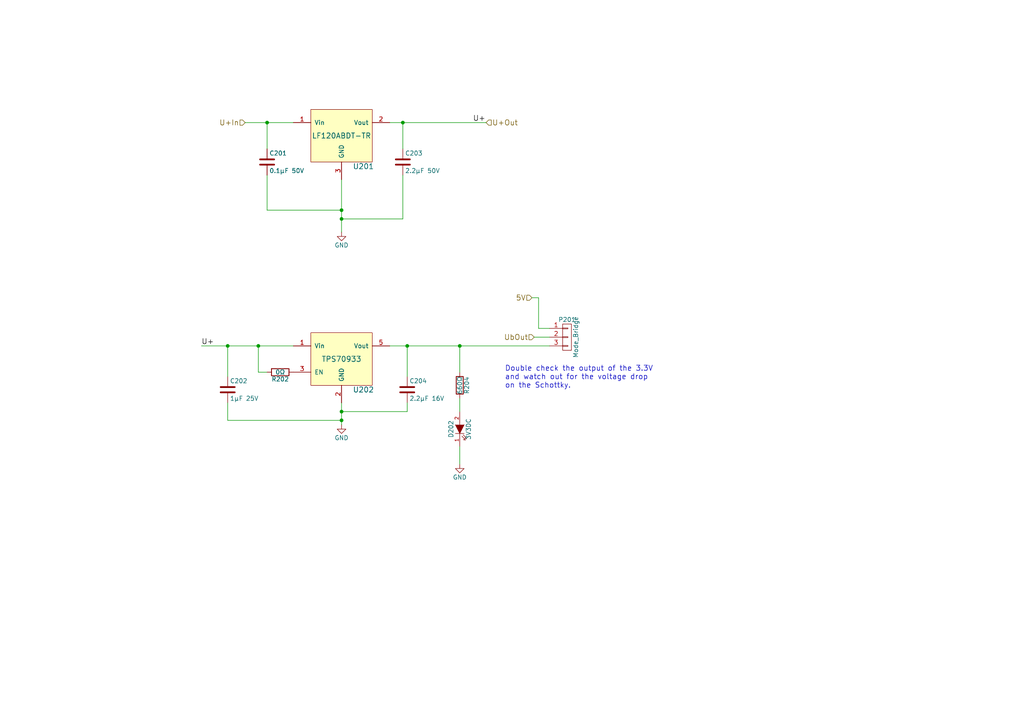
<source format=kicad_sch>
(kicad_sch (version 20230121) (generator eeschema)
  (paper "A4")
  (title_block (title "TL2C - Timed LED Lighting Controller") (date "2017-07-16") (rev "2L.2"))
  (lib_symbols
    (symbol "Device:C" (pin_numbers hide) (pin_names (offset 0.254))
      (property "Reference" "C" (at 0.635 2.54 0))
      (property "Value" "C" (at 0.635 -2.54 0))
      (symbol "C_0_1"
        (polyline (pts (xy -2.032 -0.762) (xy 2.032 -0.762)) (stroke (width 0.508)))
        (polyline (pts (xy -2.032 0.762) (xy 2.032 0.762)) (stroke (width 0.508)))
      )
      (symbol "C_1_1"
        (pin passive line (at 0 3.81 270) (length 2.794) (name "~") (number "1"))
        (pin passive line (at 0 -3.81 90) (length 2.794) (name "~") (number "2"))
      )
    )
    (symbol "Device:R" (pin_numbers hide) (pin_names (offset 0))
      (property "Reference" "R" (at 2.032 0 90))
      (property "Value" "R" (at 0 0 90))
      (symbol "R_0_1"
        (rectangle (start -1.016 -2.54) (end 1.016 2.54) (stroke (width 0.254)))
      )
      (symbol "R_1_1"
        (pin passive line (at 0 3.81 270) (length 1.27) (name "~") (number "1"))
        (pin passive line (at 0 -3.81 90) (length 1.27) (name "~") (number "2"))
      )
    )
    (symbol "power:GND" (power) (pin_names (offset 0))
      (property "Value" "GND" (at 0 -3.81 0))
      (symbol "GND_0_1"
        (polyline (pts (xy 0 0) (xy 0 -1.27) (xy 1.27 -1.27) (xy 0 -2.54) (xy -1.27 -1.27) (xy 0 -1.27)))
      )
      (symbol "GND_1_1"
        (pin power_in line (at 0 0 270) (length 0) hide (name "GND") (number "1"))
      )
    )
    (symbol "tl2c-rescue:CONN_01X03" (pin_names (offset 1.016) hide)
      (property "Reference" "P" (at 0 5.08 0))
      (property "Value" "CONN_01X03" (at 2.54 0 90))
      (symbol "CONN_01X03_0_1"
        (rectangle (start -1.27 -2.413) (end 0.254 -2.667))
        (rectangle (start -1.27 0.127) (end 0.254 -0.127))
        (rectangle (start -1.27 2.667) (end 0.254 2.413))
        (rectangle (start -1.27 3.81) (end 1.27 -3.81))
      )
      (symbol "CONN_01X03_1_1"
        (pin passive line (at -5.08 2.54 0) (length 3.81) (name "P1") (number "1"))
        (pin passive line (at -5.08 0 0) (length 3.81) (name "P2") (number "2"))
        (pin passive line (at -5.08 -2.54 0) (length 3.81) (name "P3") (number "3"))
      )
    )
    (symbol "tl2c-rescue:LED-RESCUE-tl2c" (pin_names (offset 1.016) hide)
      (property "Reference" "D" (at 0 2.54 0))
      (property "Value" "LED-RESCUE-tl2c" (at 0 -2.54 0))
      (symbol "LED-RESCUE-tl2c_0_1"
        (polyline (pts (xy -1.27 1.27) (xy -1.27 -1.27)))
        (polyline (pts (xy -2.032 -0.635) (xy -3.175 -1.651) (xy -3.048 -1.016)))
        (polyline (pts (xy -1.651 -1.016) (xy -2.794 -2.032) (xy -2.667 -1.397)))
        (polyline (pts (xy 1.27 1.27) (xy -1.27 0) (xy 1.27 -1.27)) (fill (type outline)))
      )
      (symbol "LED-RESCUE-tl2c_1_1"
        (pin passive line (at -5.08 0 0) (length 3.81) (name "K") (number "1"))
        (pin passive line (at 5.08 0 180) (length 3.81) (name "A") (number "2"))
      )
    )
    (symbol "tl2c-symbols:LF120ABDT-TR" (pin_names (offset 1.016))
      (property "Reference" "U" (at 6.35 -8.89 0))
      (property "Value" "LF120ABDT-TR" (at 0 0 0))
      (symbol "LF120ABDT-TR_0_1"
        (rectangle (start -8.89 7.62) (end 8.89 -7.62) (fill (type background)))
      )
      (symbol "LF120ABDT-TR_1_1"
        (pin bidirectional line (at -13.97 3.81 0) (length 5.08) (name "Vin") (number "1"))
        (pin bidirectional line (at 13.97 3.81 180) (length 5.08) (name "Vout") (number "2"))
        (pin power_in line (at 0 -12.7 90) (length 5.08) (name "GND") (number "3"))
      )
    )
    (symbol "tl2c-symbols:TPS70933" (pin_names (offset 1.016))
      (property "Reference" "U" (at 6.35 -8.89 0))
      (property "Value" "TPS70933" (at 0 0 0))
      (symbol "TPS70933_0_1"
        (rectangle (start -8.89 7.62) (end 8.89 -7.62) (fill (type background)))
      )
      (symbol "TPS70933_1_1"
        (pin bidirectional line (at -13.97 3.81 0) (length 5.08) (name "Vin") (number "1"))
        (pin power_in line (at 0 -12.7 90) (length 5.08) (name "GND") (number "2"))
        (pin bidirectional line (at -13.97 -3.81 0) (length 5.08) (name "EN") (number "3"))
        (pin no_connect line (at 13.97 -5.08 180) (length 5.08) hide (name "NC") (number "4"))
        (pin bidirectional line (at 13.97 3.81 180) (length 5.08) (name "Vout") (number "5"))
      )
    )
  )
  (junction (at 77.47 35.56))
  (junction (at 99.06 121.92))
  (junction (at 66.04 100.33))
  (junction (at 99.06 119.38))
  (junction (at 74.93 100.33))
  (junction (at 99.06 60.96))
  (junction (at 116.84 35.56))
  (junction (at 133.35 100.33))
  (junction (at 118.11 100.33))
  (junction (at 99.06 63.5))
  (wire (pts (xy 116.84 63.5) (xy 99.06 63.5)))
  (wire (pts (xy 99.06 52.07) (xy 99.06 60.96)))
  (wire (pts (xy 133.35 100.33) (xy 133.35 107.95)))
  (wire (pts (xy 116.84 43.18) (xy 116.84 35.56)))
  (wire (pts (xy 118.11 119.38) (xy 99.06 119.38)))
  (wire (pts (xy 133.35 129.54) (xy 133.35 134.62)))
  (wire (pts (xy 66.04 116.84) (xy 66.04 121.92)))
  (wire (pts (xy 118.11 100.33) (xy 118.11 109.22)))
  (wire (pts (xy 118.11 116.84) (xy 118.11 119.38)))
  (wire (pts (xy 99.06 119.38) (xy 99.06 121.92)))
  (wire (pts (xy 74.93 100.33) (xy 85.09 100.33)))
  (wire (pts (xy 66.04 100.33) (xy 74.93 100.33)))
  (wire (pts (xy 116.84 35.56) (xy 140.97 35.56)))
  (wire (pts (xy 154.94 97.79) (xy 159.385 97.79)))
  (wire (pts (xy 133.35 100.33) (xy 159.385 100.33)))
  (wire (pts (xy 118.11 100.33) (xy 133.35 100.33)))
  (wire (pts (xy 77.47 50.8) (xy 77.47 60.96)))
  (wire (pts (xy 113.03 35.56) (xy 116.84 35.56)))
  (wire (pts (xy 66.04 121.92) (xy 99.06 121.92)))
  (wire (pts (xy 133.35 115.57) (xy 133.35 119.38)))
  (wire (pts (xy 77.47 107.95) (xy 74.93 107.95)))
  (wire (pts (xy 113.03 100.33) (xy 118.11 100.33)))
  (wire (pts (xy 99.06 116.84) (xy 99.06 119.38)))
  (wire (pts (xy 99.06 63.5) (xy 99.06 67.31)))
  (wire (pts (xy 99.06 121.92) (xy 99.06 123.19)))
  (wire (pts (xy 77.47 35.56) (xy 85.09 35.56)))
  (wire (pts (xy 116.84 50.8) (xy 116.84 63.5)))
  (wire (pts (xy 74.93 107.95) (xy 74.93 100.33)))
  (wire (pts (xy 77.47 35.56) (xy 77.47 43.18)))
  (wire (pts (xy 58.42 100.33) (xy 66.04 100.33)))
  (wire (pts (xy 154.305 86.36) (xy 156.21 86.36)))
  (wire (pts (xy 99.06 60.96) (xy 99.06 63.5)))
  (wire (pts (xy 66.04 100.33) (xy 66.04 109.22)))
  (wire (pts (xy 77.47 60.96) (xy 99.06 60.96)))
  (wire (pts (xy 159.385 95.25) (xy 156.21 95.25)))
  (wire (pts (xy 71.12 35.56) (xy 77.47 35.56)))
  (wire (pts (xy 156.21 95.25) (xy 156.21 86.36)))
  (text "Double check the output of the 3.3V\nand watch out for the voltage drop \non the Schottky." (at 146.431 112.776 0) (effects (font (size 1.524 1.524)) (justify left bottom)))
  (label "U+" (at 137.16 35.56 0) (effects (font (size 1.524 1.524))))
  (label "U+" (at 58.42 100.33 0) (effects (font (size 1.524 1.524))))
  (hierarchical_label "UbOut" (shape input) (at 154.94 97.79 180) (effects (font (size 1.524 1.524))))
  (hierarchical_label "5V" (shape input) (at 154.305 86.36 180) (effects (font (size 1.524 1.524))))
  (hierarchical_label "U+In" (shape input) (at 71.12 35.56 180) (effects (font (size 1.524 1.524))))
  (hierarchical_label "U+Out" (shape input) (at 140.97 35.56 0) (effects (font (size 1.524 1.524))))
  (symbol (lib_id "Device:R") (at 81.28 107.95 270) (unit 1)
    (property "Reference" "R202" (at 81.28 109.982 90))
    (property "Value" "0Ω" (at 81.28 107.95 90))
    (property "Footprint" "Resistors_SMD:R_0805" (effects hide))
  )
  (symbol (lib_id "power:GND") (at 99.06 123.19 0) (unit 1)
    (property "Reference" "#PWR019" (effects hide))
    (property "Value" "GND" (at 99.06 127 0))
  )
  (symbol (lib_id "Device:C") (at 66.04 113.03 0) (unit 1)
    (property "Reference" "C202" (at 66.675 110.49 0) (effects (justify left)))
    (property "Value" "1μF 25V" (at 66.675 115.57 0) (effects (justify left)))
    (property "Footprint" "Capacitors_SMD:C_0805" (effects hide))
    (property "MFP" "Value" (effects hide))
    (property "Conrad-PN" "Value" (effects hide))
    (property "Digikey-PN" "Value" (effects hide))
  )
  (symbol (lib_id "Device:C") (at 118.11 113.03 0) (unit 1)
    (property "Reference" "C204" (at 118.745 110.49 0) (effects (justify left)))
    (property "Value" "2.2μF 16V" (at 118.745 115.57 0) (effects (justify left)))
    (property "Footprint" "Capacitors_SMD:C_0805" (effects hide))
    (property "MFP" "Value" (effects hide))
    (property "Conrad-PN" "Value" (effects hide))
    (property "Digikey-PN" "Value" (effects hide))
  )
  (symbol (lib_id "tl2c-rescue:LED-RESCUE-tl2c") (at 133.35 124.46 90) (unit 1)
    (property "Reference" "D202" (at 130.81 124.46 0))
    (property "Value" "3V3DC" (at 135.89 124.46 0))
    (property "Footprint" "LEDs:LED_0805_HandSoldering" (effects hide))
  )
  (symbol (lib_id "Device:R") (at 133.35 111.76 0) (unit 1)
    (property "Reference" "R204" (at 135.382 111.76 90))
    (property "Value" "660Ω" (at 133.35 111.76 90))
    (property "Footprint" "Resistors_SMD:R_0805_HandSoldering" (effects hide))
  )
  (symbol (lib_id "power:GND") (at 133.35 134.62 0) (unit 1)
    (property "Reference" "#PWR020" (effects hide))
    (property "Value" "GND" (at 133.35 138.43 0))
  )
  (symbol (lib_id "tl2c-symbols:TPS70933") (at 99.06 104.14 0) (unit 1)
    (property "Reference" "U202" (at 105.41 113.03 0) (effects (font (size 1.524 1.524))))
    (property "Value" "TPS70933" (at 99.06 104.14 0) (effects (font (size 1.524 1.524))))
    (property "Footprint" "tl2c-footprint:TPS70933DBVR" (effects hide))
    (property "MFP" "TPS70933DBVR" (effects hide))
    (property "Conrad-PN" "1261694 - 62" (effects hide))
    (property "Digikey-PN" "296-35483-1-ND" (effects hide))
  )
  (symbol (lib_id "tl2c-symbols:LF120ABDT-TR") (at 99.06 39.37 0) (unit 1)
    (property "Reference" "U201" (at 105.41 48.26 0) (effects (font (size 1.524 1.524))))
    (property "Value" "LF120ABDT-TR" (at 99.06 39.37 0) (effects (font (size 1.524 1.524))))
    (property "Footprint" "tl2c-footprint:LF120ABDT-TR" (effects hide))
    (property "MFP" "LF120ABDT-TR" (effects hide))
    (property "Conrad-PN" "1185937 - 62" (effects hide))
    (property "Digikey-PN" "497-8330-1-ND" (effects hide))
  )
  (symbol (lib_id "Device:C") (at 77.47 46.99 0) (unit 1)
    (property "Reference" "C201" (at 78.105 44.45 0) (effects (justify left)))
    (property "Value" "0.1μF 50V" (at 78.105 49.53 0) (effects (justify left)))
    (property "Footprint" "Capacitors_SMD:C_0805" (effects hide))
  )
  (symbol (lib_id "Device:C") (at 116.84 46.99 0) (unit 1)
    (property "Reference" "C203" (at 117.475 44.45 0) (effects (justify left)))
    (property "Value" "2.2μF 50V" (at 117.475 49.53 0) (effects (justify left)))
    (property "Footprint" "Capacitors_SMD:C_0805" (effects hide))
    (property "MFP" "CL32B225KBJNNNE" (effects hide))
    (property "Conrad-PN" "450955 - 62" (effects hide))
    (property "Digikey-PN" "N/A" (effects hide))
  )
  (symbol (lib_id "power:GND") (at 99.06 67.31 0) (unit 1)
    (property "Reference" "#PWR021" (effects hide))
    (property "Value" "GND" (at 99.06 71.12 0))
  )
  (symbol (lib_id "tl2c-rescue:CONN_01X03") (at 164.465 97.79 0) (unit 1)
    (property "Reference" "P201" (at 164.465 92.71 0))
    (property "Value" "Mode_Bridge" (at 167.005 97.79 90))
    (property "Footprint" "Pin_Headers:Pin_Header_Straight_1x03_Pitch2.54mm" (effects hide))
  )
)
</source>
